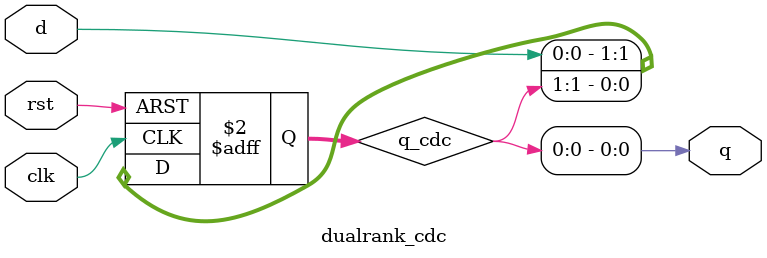
<source format=v>

module dualrank_cdc #(
  parameter CDC_LEN = 2
) (
  input  clk, // receiving domain's clk
  input  rst, // receiving domain's rst
  input  d,   // sending domain's signal
  output q    // receiving domain's synchronized signal
);

  reg [CDC_LEN-1:0] q_cdc;
  always @(posedge clk or posedge rst) begin
    if (rst) begin
      q_cdc <= 0;
    end else begin
      q_cdc <= {d, q_cdc[CDC_LEN-1:1]};
    end
  end
  assign q = q_cdc[0];

endmodule


</source>
